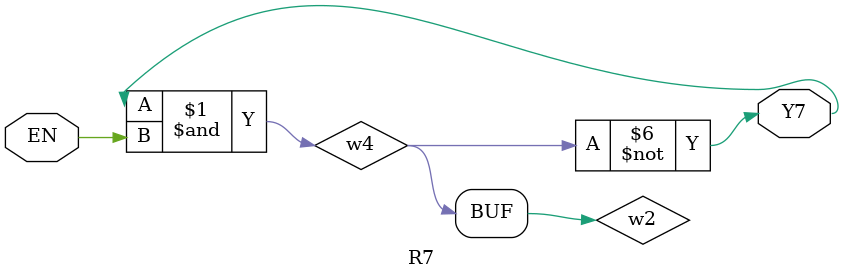
<source format=v>
`timescale 1ns / 1ps
module R7(EN,Y7
    );
input EN;
output Y7;
wire w1,w2,w3,w4,w5;
	nand #7(w1,Y7,EN);
	not #7(w2,w1);
	not #7(w3,w2);
	not #7(w4,w3);
	not #7(Y7,w4);

endmodule

</source>
